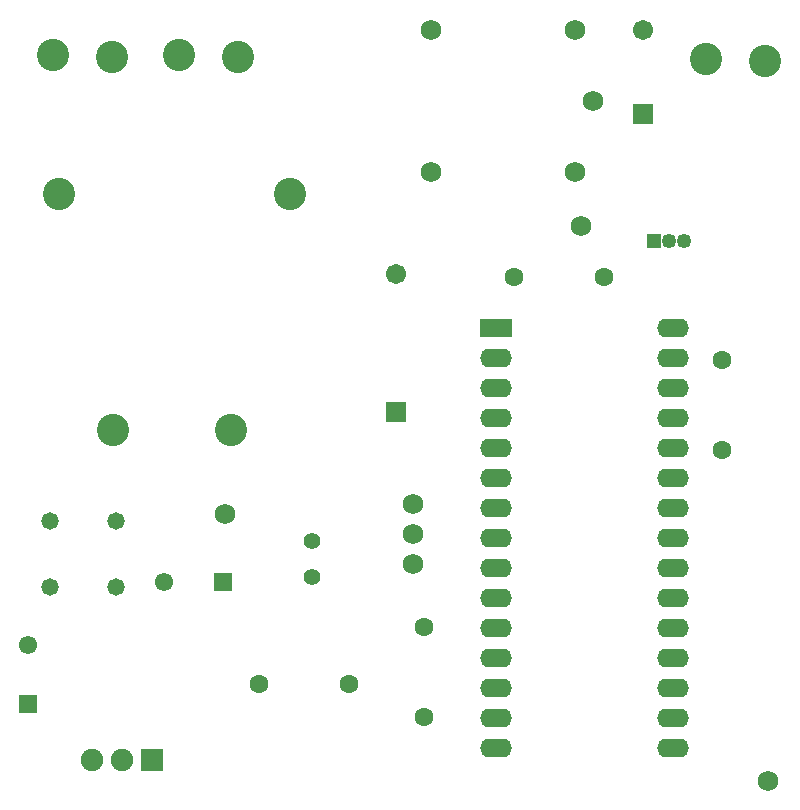
<source format=gts>
G04 Layer_Color=8388736*
%FSLAX44Y44*%
%MOMM*%
G71*
G01*
G75*
%ADD33C,1.7272*%
%ADD34C,1.6032*%
%ADD35C,2.7272*%
%ADD36C,1.4032*%
%ADD37C,1.9032*%
%ADD38R,1.9032X1.9032*%
%ADD39C,1.4732*%
%ADD40C,1.7032*%
%ADD41R,1.7032X1.7032*%
%ADD42C,1.5532*%
%ADD43R,1.5532X1.5532*%
%ADD44R,1.5532X1.5532*%
%ADD45R,1.2532X1.2532*%
%ADD46C,1.2532*%
%ADD47R,2.7032X1.6032*%
%ADD48O,2.7032X1.6032*%
D33*
X769366Y1080262D02*
D03*
X468122Y835914D02*
D03*
X928116Y610362D02*
D03*
X627380Y793750D02*
D03*
Y819150D02*
D03*
Y844550D02*
D03*
X642366Y1125982D02*
D03*
X764666D02*
D03*
X642366Y1245982D02*
D03*
X764666D02*
D03*
X779666Y1185982D02*
D03*
D34*
X889000Y966724D02*
D03*
Y890524D02*
D03*
X496570Y692150D02*
D03*
X572770D02*
D03*
X636270Y664210D02*
D03*
Y740410D02*
D03*
X712978Y1036574D02*
D03*
X789178D02*
D03*
D35*
X322110Y1224280D02*
D03*
X372110Y1223010D02*
D03*
X925322Y1219712D02*
D03*
X875322Y1220982D02*
D03*
X428752Y1224280D02*
D03*
X478752Y1223010D02*
D03*
X472910Y907190D02*
D03*
X372910D02*
D03*
X522910Y1107190D02*
D03*
X327910D02*
D03*
D36*
X541528Y782828D02*
D03*
Y812828D02*
D03*
D37*
X355600Y627380D02*
D03*
X381000D02*
D03*
D38*
X406400D02*
D03*
D39*
X375920Y773938D02*
D03*
X320040D02*
D03*
Y829818D02*
D03*
X375920D02*
D03*
D40*
X612902Y1038944D02*
D03*
X822070Y1245982D02*
D03*
D41*
X612902Y922444D02*
D03*
X822070Y1174982D02*
D03*
D42*
X301498Y725024D02*
D03*
X416198Y778510D02*
D03*
D43*
X301498Y675024D02*
D03*
D44*
X466198Y778510D02*
D03*
D45*
X831342Y1067054D02*
D03*
D46*
X844042D02*
D03*
X856742D02*
D03*
D47*
X697230Y993140D02*
D03*
D48*
Y967740D02*
D03*
Y942340D02*
D03*
Y916940D02*
D03*
Y891540D02*
D03*
Y866140D02*
D03*
Y840740D02*
D03*
Y815340D02*
D03*
Y789940D02*
D03*
Y764540D02*
D03*
Y739140D02*
D03*
Y713740D02*
D03*
Y688340D02*
D03*
Y662940D02*
D03*
Y637540D02*
D03*
X847230Y993140D02*
D03*
Y967740D02*
D03*
Y942340D02*
D03*
Y916940D02*
D03*
Y891540D02*
D03*
Y866140D02*
D03*
Y840740D02*
D03*
Y815340D02*
D03*
Y789940D02*
D03*
Y764540D02*
D03*
Y739140D02*
D03*
Y713740D02*
D03*
Y688340D02*
D03*
Y662940D02*
D03*
Y637540D02*
D03*
M02*

</source>
